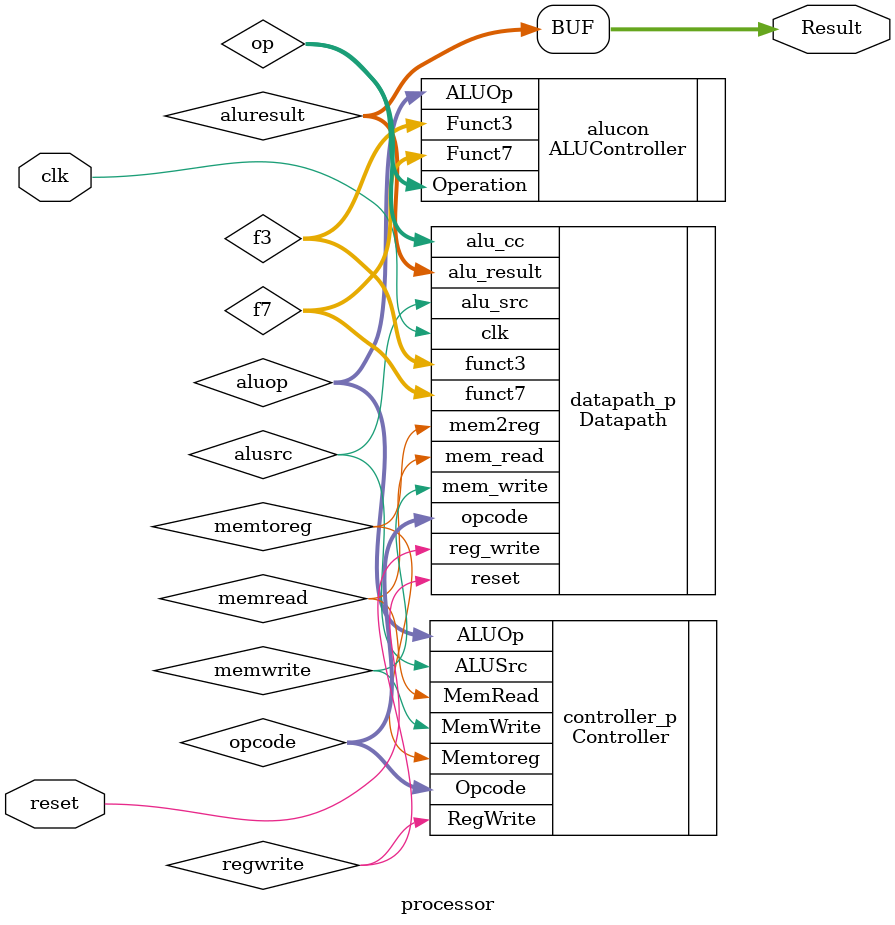
<source format=v>
`timescale 1ns / 1ps
    module processor(
    input clk,
    input reset,
    output [31:0] Result
);

    wire regwrite;
    wire alusrc;
    wire memread;
    wire memwrite;
    wire memtoreg;
    wire [6:0] opcode;
    wire [6:0] f7;
    wire [2:0] f3;
    wire [3:0] op;
    wire [31:0] aluresult;
    wire [1:0] aluop;

    Datapath datapath_p(
        .clk(clk),
        .reset(reset),
        .alu_result(aluresult),
        .reg_write(regwrite),
        .mem2reg(memtoreg),
        .alu_src(alusrc),
        .mem_write(memwrite),
        .mem_read(memread),
        .opcode(opcode),
        .funct7(f7),
        .funct3(f3),
        .alu_cc(op)
    );

    assign Result = aluresult;

    Controller controller_p(
        .Opcode(opcode),
        .ALUSrc(alusrc),
        .Memtoreg(memtoreg),
        .RegWrite(regwrite),
        .MemRead(memread),
        .MemWrite(memwrite),
        .ALUOp(aluop)
    );

    ALUController alucon(
        .ALUOp(aluop),
        .Funct7(f7),
        .Funct3(f3),
        .Operation(op)
    );

endmodule
</source>
